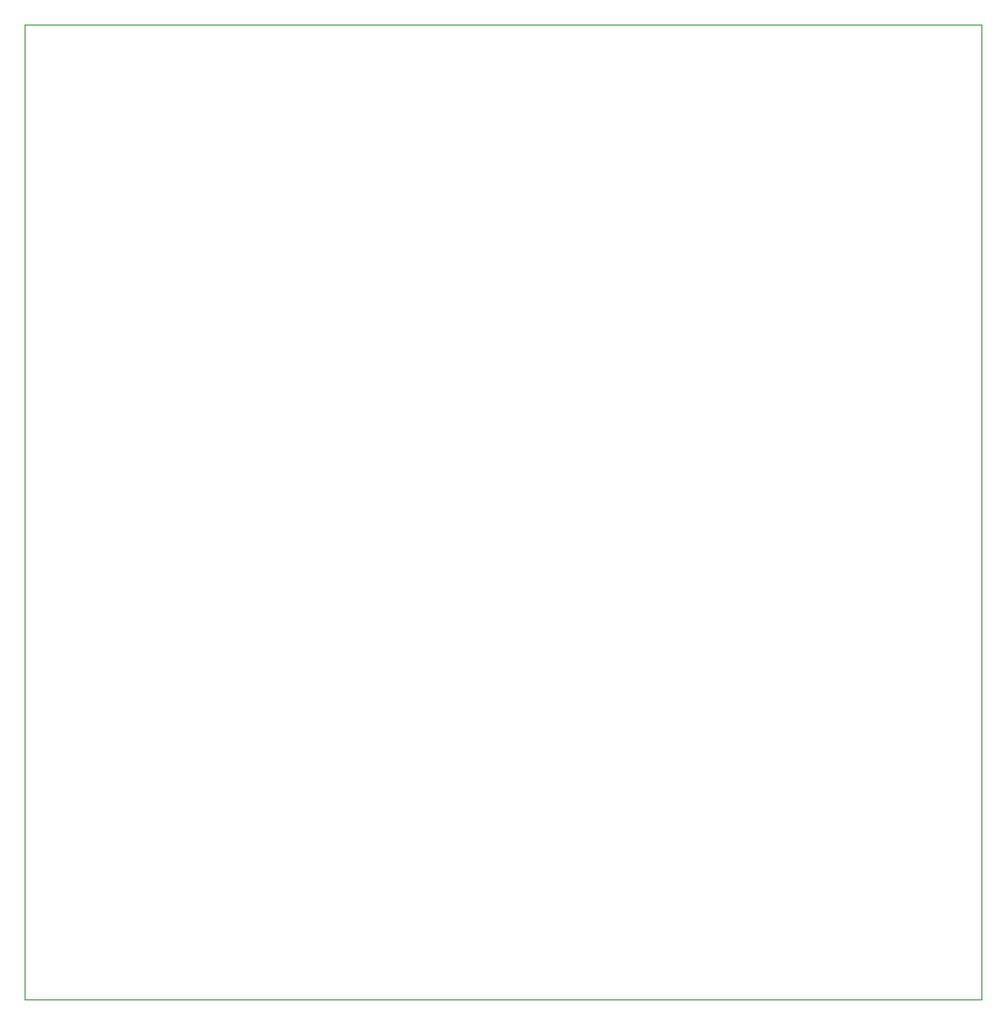
<source format=gbr>
G04 (created by PCBNEW (2013-may-18)-stable) date Thu 11 Jun 2015 01:15:37 PM EDT*
%MOIN*%
G04 Gerber Fmt 3.4, Leading zero omitted, Abs format*
%FSLAX34Y34*%
G01*
G70*
G90*
G04 APERTURE LIST*
%ADD10C,0.00590551*%
%ADD11C,0.00393701*%
G04 APERTURE END LIST*
G54D10*
G54D11*
X69100Y-28150D02*
X69100Y-28600D01*
X35350Y-28150D02*
X69100Y-28150D01*
X35350Y-62500D02*
X35350Y-28150D01*
X57100Y-62500D02*
X35350Y-62500D01*
X57100Y-62500D02*
X69100Y-62500D01*
X69100Y-54100D02*
X69100Y-62500D01*
X69100Y-28600D02*
X69100Y-29100D01*
X69100Y-29100D02*
X69100Y-54100D01*
M02*

</source>
